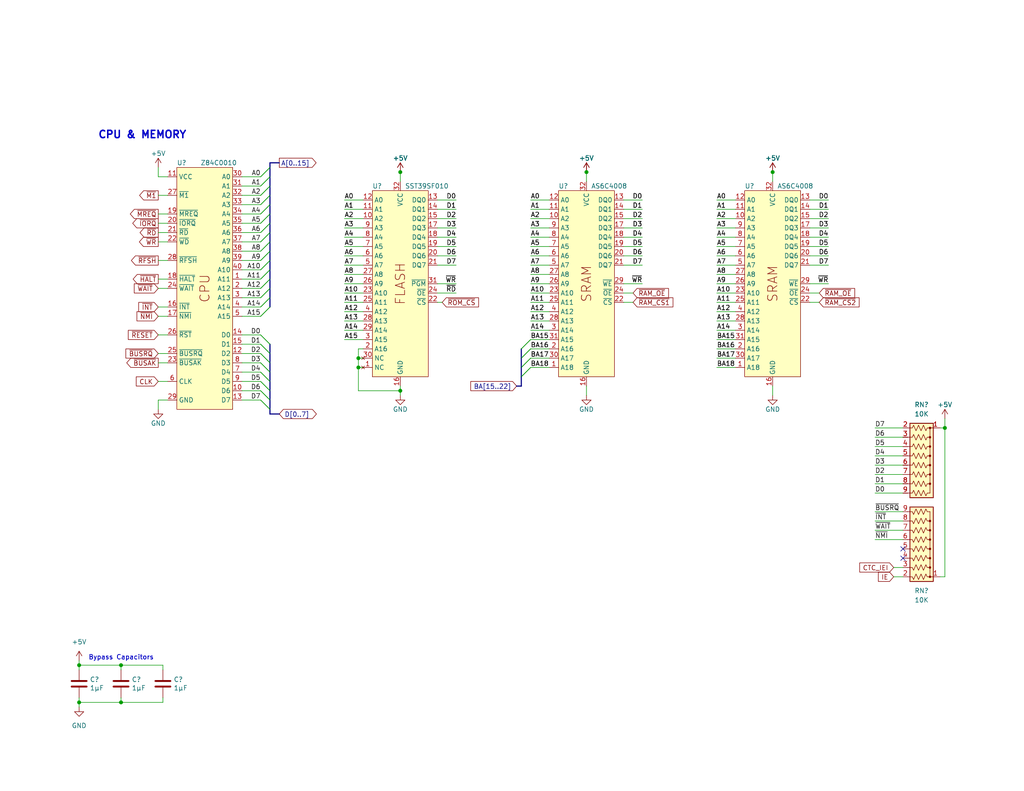
<source format=kicad_sch>
(kicad_sch (version 20230121) (generator eeschema)
  (paper "USLetter")
  (title_block (title "CPU with Flash ROM and RAM") (date "2023-08-29") (rev "2") (company "Frédéric Segard") (comment 1 "@microhobbyist") (comment 4 "Thank you to John Winans for his inspiration, as well as Grant Searle and Sergey Kiselev"))
  (lib_symbols
    (symbol "+5V_1" (power) (pin_names (offset 0))
      (property "Value" "+5V_1" (at 0 3.556 0))
      (symbol "+5V_1_0_1"
        (polyline (pts (xy -0.762 1.27) (xy 0 2.54)))
        (polyline (pts (xy 0 0) (xy 0 2.54)))
        (polyline (pts (xy 0 2.54) (xy 0.762 1.27)))
      )
      (symbol "+5V_1_1_1"
        (pin power_in line (at 0 0 90) (length 0) hide (name "+5V") (number "1"))
      )
    )
    (symbol "0_Library:AS6C4008"
      (property "Reference" "U" (at -7.62 0.635 0))
      (property "Value" "AS6C4008" (at 1.27 0.635 0))
      (symbol "AS6C4008_0_0"
        (text "SRAM" (at 0 -25.4 900) (effects (font (size 2.54 2.54))))
        (pin power_in line (at 0 -53.34 90) (length 2.54) (name "GND") (number "16"))
        (pin power_in line (at 0 2.54 270) (length 2.54) (name "VCC") (number "32"))
      )
      (symbol "AS6C4008_0_1"
        (rectangle (start -7.62 0) (end 7.62 -50.8) (fill (type background)))
      )
      (symbol "AS6C4008_1_1"
        (pin input line (at -10.16 -48.26 0) (length 2.54) (name "A18") (number "1"))
        (pin input line (at -10.16 -7.62 0) (length 2.54) (name "A2") (number "10"))
        (pin input line (at -10.16 -5.08 0) (length 2.54) (name "A1") (number "11"))
        (pin input line (at -10.16 -2.54 0) (length 2.54) (name "A0") (number "12"))
        (pin tri_state line (at 10.16 -2.54 180) (length 2.54) (name "DQ0") (number "13"))
        (pin tri_state line (at 10.16 -5.08 180) (length 2.54) (name "DQ1") (number "14"))
        (pin tri_state line (at 10.16 -7.62 180) (length 2.54) (name "DQ2") (number "15"))
        (pin tri_state line (at 10.16 -10.16 180) (length 2.54) (name "DQ3") (number "17"))
        (pin tri_state line (at 10.16 -12.7 180) (length 2.54) (name "DQ4") (number "18"))
        (pin tri_state line (at 10.16 -15.24 180) (length 2.54) (name "DQ5") (number "19"))
        (pin input line (at -10.16 -43.18 0) (length 2.54) (name "A16") (number "2"))
        (pin tri_state line (at 10.16 -17.78 180) (length 2.54) (name "DQ6") (number "20"))
        (pin tri_state line (at 10.16 -20.32 180) (length 2.54) (name "DQ7") (number "21"))
        (pin input line (at 10.16 -30.48 180) (length 2.54) (name "~{CS}") (number "22"))
        (pin input line (at -10.16 -27.94 0) (length 2.54) (name "A10") (number "23"))
        (pin input line (at 10.16 -27.94 180) (length 2.54) (name "~{OE}") (number "24"))
        (pin input line (at -10.16 -30.48 0) (length 2.54) (name "A11") (number "25"))
        (pin input line (at -10.16 -25.4 0) (length 2.54) (name "A9") (number "26"))
        (pin input line (at -10.16 -22.86 0) (length 2.54) (name "A8") (number "27"))
        (pin input line (at -10.16 -35.56 0) (length 2.54) (name "A13") (number "28"))
        (pin input line (at 10.16 -25.4 180) (length 2.54) (name "~{WE}") (number "29"))
        (pin input line (at -10.16 -38.1 0) (length 2.54) (name "A14") (number "3"))
        (pin input line (at -10.16 -45.72 0) (length 2.54) (name "A17") (number "30"))
        (pin input line (at -10.16 -40.64 0) (length 2.54) (name "A15") (number "31"))
        (pin input line (at -10.16 -33.02 0) (length 2.54) (name "A12") (number "4"))
        (pin input line (at -10.16 -20.32 0) (length 2.54) (name "A7") (number "5"))
        (pin input line (at -10.16 -17.78 0) (length 2.54) (name "A6") (number "6"))
        (pin input line (at -10.16 -15.24 0) (length 2.54) (name "A5") (number "7"))
        (pin input line (at -10.16 -12.7 0) (length 2.54) (name "A4") (number "8"))
        (pin input line (at -10.16 -10.16 0) (length 2.54) (name "A3") (number "9"))
      )
    )
    (symbol "0_Library:SST39SF010"
      (property "Reference" "U" (at -7.62 0 0))
      (property "Value" "SST39SF010" (at 1.27 0 0))
      (symbol "SST39SF010_0_0"
        (text "FLASH" (at 0 -25.4 900) (effects (font (size 2.54 2.54))))
        (pin power_in line (at 0 -53.34 90) (length 2.54) (name "GND") (number "16"))
        (pin power_in line (at 0 2.54 270) (length 2.54) (name "VCC") (number "32"))
      )
      (symbol "SST39SF010_0_1"
        (rectangle (start -7.62 0) (end 7.62 -50.8) (fill (type background)))
      )
      (symbol "SST39SF010_1_1"
        (pin no_connect line (at -10.16 -48.26 0) (length 2.54) (name "NC") (number "1"))
        (pin input line (at -10.16 -7.62 0) (length 2.54) (name "A2") (number "10"))
        (pin input line (at -10.16 -5.08 0) (length 2.54) (name "A1") (number "11"))
        (pin input line (at -10.16 -2.54 0) (length 2.54) (name "A0") (number "12"))
        (pin tri_state line (at 10.16 -2.54 180) (length 2.54) (name "DQ0") (number "13"))
        (pin tri_state line (at 10.16 -5.08 180) (length 2.54) (name "DQ1") (number "14"))
        (pin tri_state line (at 10.16 -7.62 180) (length 2.54) (name "DQ2") (number "15"))
        (pin tri_state line (at 10.16 -10.16 180) (length 2.54) (name "DQ3") (number "17"))
        (pin tri_state line (at 10.16 -12.7 180) (length 2.54) (name "DQ4") (number "18"))
        (pin tri_state line (at 10.16 -15.24 180) (length 2.54) (name "DQ5") (number "19"))
        (pin input line (at -10.16 -43.18 0) (length 2.54) (name "A16") (number "2"))
        (pin tri_state line (at 10.16 -17.78 180) (length 2.54) (name "DQ6") (number "20"))
        (pin tri_state line (at 10.16 -20.32 180) (length 2.54) (name "DQ7") (number "21"))
        (pin input line (at 10.16 -30.48 180) (length 2.54) (name "~{CS}") (number "22"))
        (pin input line (at -10.16 -27.94 0) (length 2.54) (name "A10") (number "23"))
        (pin input line (at 10.16 -27.94 180) (length 2.54) (name "~{OE}") (number "24"))
        (pin input line (at -10.16 -30.48 0) (length 2.54) (name "A11") (number "25"))
        (pin input line (at -10.16 -25.4 0) (length 2.54) (name "A9") (number "26"))
        (pin input line (at -10.16 -22.86 0) (length 2.54) (name "A8") (number "27"))
        (pin input line (at -10.16 -35.56 0) (length 2.54) (name "A13") (number "28"))
        (pin input line (at -10.16 -38.1 0) (length 2.54) (name "A14") (number "29"))
        (pin input line (at -10.16 -40.64 0) (length 2.54) (name "A15") (number "3"))
        (pin no_connect line (at -10.16 -45.72 0) (length 2.54) (name "NC") (number "30"))
        (pin input line (at 10.16 -25.4 180) (length 2.54) (name "~{PGM}") (number "31"))
        (pin input line (at -10.16 -33.02 0) (length 2.54) (name "A12") (number "4"))
        (pin input line (at -10.16 -20.32 0) (length 2.54) (name "A7") (number "5"))
        (pin input line (at -10.16 -17.78 0) (length 2.54) (name "A6") (number "6"))
        (pin input line (at -10.16 -15.24 0) (length 2.54) (name "A5") (number "7"))
        (pin input line (at -10.16 -12.7 0) (length 2.54) (name "A4") (number "8"))
        (pin input line (at -10.16 -10.16 0) (length 2.54) (name "A3") (number "9"))
      )
    )
    (symbol "0_Library:Z84C00xx CPU"
      (property "Reference" "U" (at -7.62 1.27 0))
      (property "Value" "Z84C00xx CPU" (at 1.27 1.27 0))
      (symbol "Z84C00xx CPU_0_0"
        (text "CPU" (at 0 -33.02 900) (effects (font (size 2.54 2.54))))
      )
      (symbol "Z84C00xx CPU_0_1"
        (rectangle (start -7.62 0) (end 7.62 -66.04) (stroke (width 0.1524)) (fill (type background)))
      )
      (symbol "Z84C00xx CPU_1_1"
        (pin output line (at 10.16 -30.48 180) (length 2.54) (name "A11") (number "1"))
        (pin bidirectional line (at 10.16 -60.96 180) (length 2.54) (name "D6") (number "10"))
        (pin power_in line (at -10.16 -2.54 0) (length 2.54) (name "VCC") (number "11"))
        (pin bidirectional line (at 10.16 -50.8 180) (length 2.54) (name "D2") (number "12"))
        (pin bidirectional line (at 10.16 -63.5 180) (length 2.54) (name "D7") (number "13"))
        (pin bidirectional line (at 10.16 -45.72 180) (length 2.54) (name "D0") (number "14"))
        (pin bidirectional line (at 10.16 -48.26 180) (length 2.54) (name "D1") (number "15"))
        (pin input line (at -10.16 -38.1 0) (length 2.54) (name "~{INT}") (number "16"))
        (pin input line (at -10.16 -40.64 0) (length 2.54) (name "~{NMI}") (number "17"))
        (pin output line (at -10.16 -30.48 0) (length 2.54) (name "~{HALT}") (number "18"))
        (pin output line (at -10.16 -12.7 0) (length 2.54) (name "~{MREQ}") (number "19"))
        (pin output line (at 10.16 -33.02 180) (length 2.54) (name "A12") (number "2"))
        (pin output line (at -10.16 -15.24 0) (length 2.54) (name "~{IORQ}") (number "20"))
        (pin output line (at -10.16 -17.78 0) (length 2.54) (name "~{RD}") (number "21"))
        (pin output line (at -10.16 -20.32 0) (length 2.54) (name "~{WD}") (number "22"))
        (pin output line (at -10.16 -53.34 0) (length 2.54) (name "~{BUSAK}") (number "23"))
        (pin input line (at -10.16 -33.02 0) (length 2.54) (name "~{WAIT}") (number "24"))
        (pin input line (at -10.16 -50.8 0) (length 2.54) (name "~{BUSRQ}") (number "25"))
        (pin input line (at -10.16 -45.72 0) (length 2.54) (name "~{RST}") (number "26"))
        (pin output line (at -10.16 -7.62 0) (length 2.54) (name "~{M1}") (number "27"))
        (pin output line (at -10.16 -25.4 0) (length 2.54) (name "~{RFSH}") (number "28"))
        (pin power_in line (at -10.16 -63.5 0) (length 2.54) (name "GND") (number "29"))
        (pin output line (at 10.16 -35.56 180) (length 2.54) (name "A13") (number "3"))
        (pin output line (at 10.16 -2.54 180) (length 2.54) (name "A0") (number "30"))
        (pin output line (at 10.16 -5.08 180) (length 2.54) (name "A1") (number "31"))
        (pin output line (at 10.16 -7.62 180) (length 2.54) (name "A2") (number "32"))
        (pin output line (at 10.16 -10.16 180) (length 2.54) (name "A3") (number "33"))
        (pin output line (at 10.16 -12.7 180) (length 2.54) (name "A4") (number "34"))
        (pin output line (at 10.16 -15.24 180) (length 2.54) (name "A5") (number "35"))
        (pin output line (at 10.16 -17.78 180) (length 2.54) (name "A6") (number "36"))
        (pin output line (at 10.16 -20.32 180) (length 2.54) (name "A7") (number "37"))
        (pin output line (at 10.16 -22.86 180) (length 2.54) (name "A8") (number "38"))
        (pin output line (at 10.16 -25.4 180) (length 2.54) (name "A9") (number "39"))
        (pin output line (at 10.16 -38.1 180) (length 2.54) (name "A14") (number "4"))
        (pin output line (at 10.16 -27.94 180) (length 2.54) (name "A10") (number "40"))
        (pin output line (at 10.16 -40.64 180) (length 2.54) (name "A15") (number "5"))
        (pin input line (at -10.16 -58.42 0) (length 2.54) (name "CLK") (number "6"))
        (pin bidirectional line (at 10.16 -55.88 180) (length 2.54) (name "D4") (number "7"))
        (pin bidirectional line (at 10.16 -53.34 180) (length 2.54) (name "D3") (number "8"))
        (pin bidirectional line (at 10.16 -58.42 180) (length 2.54) (name "D5") (number "9"))
      )
    )
    (symbol "Device:C" (pin_numbers hide) (pin_names (offset 0.254))
      (property "Reference" "C" (at 0.635 2.54 0))
      (property "Value" "C" (at 0.635 -2.54 0))
      (symbol "C_0_1"
        (polyline (pts (xy -2.032 -0.762) (xy 2.032 -0.762)) (stroke (width 0.508)))
        (polyline (pts (xy -2.032 0.762) (xy 2.032 0.762)) (stroke (width 0.508)))
      )
      (symbol "C_1_1"
        (pin passive line (at 0 3.81 270) (length 2.794) (name "~") (number "1"))
        (pin passive line (at 0 -3.81 90) (length 2.794) (name "~") (number "2"))
      )
    )
    (symbol "Device:R_Network08_US" (pin_names (offset 0) hide)
      (property "Reference" "RN" (at -12.7 0 90))
      (property "Value" "R_Network08_US" (at 10.16 0 90))
      (symbol "R_Network08_US_0_1"
        (rectangle (start -11.43 -3.175) (end 8.89 3.175) (stroke (width 0.254)) (fill (type background)))
        (circle (center -10.16 2.286) (radius 0.254) (fill (type outline)))
        (circle (center -7.62 2.286) (radius 0.254) (fill (type outline)))
        (circle (center -5.08 2.286) (radius 0.254) (fill (type outline)))
        (circle (center -2.54 2.286) (radius 0.254) (fill (type outline)))
        (polyline (pts (xy -10.16 2.286) (xy 7.62 2.286)))
        (polyline (pts (xy -10.16 2.286) (xy -10.16 1.524) (xy -9.398 1.1684) (xy -10.922 0.508) (xy -9.398 -0.1524) (xy -10.922 -0.8382) (xy -9.398 -1.524) (xy -10.922 -2.1844) (xy -10.16 -2.54) (xy -10.16 -3.81)))
        (polyline (pts (xy -7.62 2.286) (xy -7.62 1.524) (xy -6.858 1.1684) (xy -8.382 0.508) (xy -6.858 -0.1524) (xy -8.382 -0.8382) (xy -6.858 -1.524) (xy -8.382 -2.1844) (xy -7.62 -2.54) (xy -7.62 -3.81)))
        (polyline (pts (xy -5.08 2.286) (xy -5.08 1.524) (xy -4.318 1.1684) (xy -5.842 0.508) (xy -4.318 -0.1524) (xy -5.842 -0.8382) (xy -4.318 -1.524) (xy -5.842 -2.1844) (xy -5.08 -2.54) (xy -5.08 -3.81)))
        (polyline (pts (xy -2.54 2.286) (xy -2.54 1.524) (xy -1.778 1.1684) (xy -3.302 0.508) (xy -1.778 -0.1524) (xy -3.302 -0.8382) (xy -1.778 -1.524) (xy -3.302 -2.1844) (xy -2.54 -2.54) (xy -2.54 -3.81)))
        (polyline (pts (xy 0 2.286) (xy 0 1.524) (xy 0.762 1.1684) (xy -0.762 0.508) (xy 0.762 -0.1524) (xy -0.762 -0.8382) (xy 0.762 -1.524) (xy -0.762 -2.1844) (xy 0 -2.54) (xy 0 -3.81)))
        (polyline (pts (xy 2.54 2.286) (xy 2.54 1.524) (xy 3.302 1.1684) (xy 1.778 0.508) (xy 3.302 -0.1524) (xy 1.778 -0.8382) (xy 3.302 -1.524) (xy 1.778 -2.1844) (xy 2.54 -2.54) (xy 2.54 -3.81)))
        (polyline (pts (xy 5.08 2.286) (xy 5.08 1.524) (xy 5.842 1.1684) (xy 4.318 0.508) (xy 5.842 -0.1524) (xy 4.318 -0.8382) (xy 5.842 -1.524) (xy 4.318 -2.1844) (xy 5.08 -2.54) (xy 5.08 -3.81)))
        (polyline (pts (xy 7.62 2.286) (xy 7.62 1.524) (xy 8.382 1.1684) (xy 6.858 0.508) (xy 8.382 -0.1524) (xy 6.858 -0.8382) (xy 8.382 -1.524) (xy 6.858 -2.1844) (xy 7.62 -2.54) (xy 7.62 -3.81)))
        (circle (center 0 2.286) (radius 0.254) (fill (type outline)))
        (circle (center 2.54 2.286) (radius 0.254) (fill (type outline)))
        (circle (center 5.08 2.286) (radius 0.254) (fill (type outline)))
      )
      (symbol "R_Network08_US_1_1"
        (pin passive line (at -10.16 5.08 270) (length 2.54) (name "common") (number "1"))
        (pin passive line (at -10.16 -5.08 90) (length 1.27) (name "R1") (number "2"))
        (pin passive line (at -7.62 -5.08 90) (length 1.27) (name "R2") (number "3"))
        (pin passive line (at -5.08 -5.08 90) (length 1.27) (name "R3") (number "4"))
        (pin passive line (at -2.54 -5.08 90) (length 1.27) (name "R4") (number "5"))
        (pin passive line (at 0 -5.08 90) (length 1.27) (name "R5") (number "6"))
        (pin passive line (at 2.54 -5.08 90) (length 1.27) (name "R6") (number "7"))
        (pin passive line (at 5.08 -5.08 90) (length 1.27) (name "R7") (number "8"))
        (pin passive line (at 7.62 -5.08 90) (length 1.27) (name "R8") (number "9"))
      )
    )
    (symbol "GND_1" (power) (pin_names (offset 0))
      (property "Value" "GND_1" (at 0 -3.81 0))
      (symbol "GND_1_0_1"
        (polyline (pts (xy 0 0) (xy 0 -1.27) (xy 1.27 -1.27) (xy 0 -2.54) (xy -1.27 -1.27) (xy 0 -1.27)))
      )
      (symbol "GND_1_1_1"
        (pin power_in line (at 0 0 270) (length 0) hide (name "GND") (number "1"))
      )
    )
  )
  (junction (at 33.02 191.77))
  (junction (at 109.22 46.99))
  (junction (at 21.59 191.77))
  (junction (at 97.79 100.33))
  (junction (at 210.82 46.99))
  (junction (at 97.79 97.79))
  (junction (at 160.02 46.99))
  (junction (at 21.59 181.61))
  (junction (at 257.81 116.84))
  (junction (at 109.22 106.68))
  (junction (at 33.02 181.61))
  (no_connect (at 246.38 152.4))
  (no_connect (at 246.38 149.86))
  (bus_entry (at 71.12 60.96) (size 2.54 -2.54))
  (bus_entry (at 71.12 60.96) (size 2.54 -2.54))
  (bus_entry (at 71.12 55.88) (size 2.54 -2.54))
  (bus_entry (at 71.12 55.88) (size 2.54 -2.54))
  (bus_entry (at 71.12 86.36) (size 2.54 -2.54))
  (bus_entry (at 71.12 86.36) (size 2.54 -2.54))
  (bus_entry (at 71.12 68.58) (size 2.54 -2.54))
  (bus_entry (at 71.12 68.58) (size 2.54 -2.54))
  (bus_entry (at 71.12 83.82) (size 2.54 -2.54))
  (bus_entry (at 71.12 83.82) (size 2.54 -2.54))
  (bus_entry (at 73.66 99.06) (size -2.54 -2.54))
  (bus_entry (at 73.66 99.06) (size -2.54 -2.54))
  (bus_entry (at 71.12 78.74) (size 2.54 -2.54))
  (bus_entry (at 71.12 78.74) (size 2.54 -2.54))
  (bus_entry (at 73.66 104.14) (size -2.54 -2.54))
  (bus_entry (at 73.66 104.14) (size -2.54 -2.54))
  (bus_entry (at 71.12 63.5) (size 2.54 -2.54))
  (bus_entry (at 71.12 63.5) (size 2.54 -2.54))
  (bus_entry (at 73.66 101.6) (size -2.54 -2.54))
  (bus_entry (at 73.66 101.6) (size -2.54 -2.54))
  (bus_entry (at 142.24 100.33) (size 2.54 -2.54))
  (bus_entry (at 142.24 100.33) (size 2.54 -2.54))
  (bus_entry (at 73.66 96.52) (size -2.54 -2.54))
  (bus_entry (at 73.66 96.52) (size -2.54 -2.54))
  (bus_entry (at 142.24 97.79) (size 2.54 -2.54))
  (bus_entry (at 142.24 97.79) (size 2.54 -2.54))
  (bus_entry (at 142.24 95.25) (size 2.54 -2.54))
  (bus_entry (at 142.24 95.25) (size 2.54 -2.54))
  (bus_entry (at 71.12 50.8) (size 2.54 -2.54))
  (bus_entry (at 71.12 50.8) (size 2.54 -2.54))
  (bus_entry (at 71.12 71.12) (size 2.54 -2.54))
  (bus_entry (at 71.12 71.12) (size 2.54 -2.54))
  (bus_entry (at 71.12 48.26) (size 2.54 -2.54))
  (bus_entry (at 71.12 48.26) (size 2.54 -2.54))
  (bus_entry (at 73.66 109.22) (size -2.54 -2.54))
  (bus_entry (at 73.66 109.22) (size -2.54 -2.54))
  (bus_entry (at 142.24 102.87) (size 2.54 -2.54))
  (bus_entry (at 142.24 102.87) (size 2.54 -2.54))
  (bus_entry (at 71.12 66.04) (size 2.54 -2.54))
  (bus_entry (at 71.12 66.04) (size 2.54 -2.54))
  (bus_entry (at 71.12 53.34) (size 2.54 -2.54))
  (bus_entry (at 71.12 53.34) (size 2.54 -2.54))
  (bus_entry (at 71.12 76.2) (size 2.54 -2.54))
  (bus_entry (at 71.12 76.2) (size 2.54 -2.54))
  (bus_entry (at 71.12 81.28) (size 2.54 -2.54))
  (bus_entry (at 71.12 81.28) (size 2.54 -2.54))
  (bus_entry (at 73.66 111.76) (size -2.54 -2.54))
  (bus_entry (at 73.66 111.76) (size -2.54 -2.54))
  (bus_entry (at 73.66 93.98) (size -2.54 -2.54))
  (bus_entry (at 73.66 93.98) (size -2.54 -2.54))
  (bus_entry (at 71.12 58.42) (size 2.54 -2.54))
  (bus_entry (at 71.12 58.42) (size 2.54 -2.54))
  (bus_entry (at 71.12 73.66) (size 2.54 -2.54))
  (bus_entry (at 71.12 73.66) (size 2.54 -2.54))
  (bus_entry (at 73.66 106.68) (size -2.54 -2.54))
  (bus_entry (at 73.66 106.68) (size -2.54 -2.54))
  (wire (pts (xy 66.04 55.88) (xy 71.12 55.88)))
  (wire (pts (xy 200.66 62.23) (xy 195.58 62.23)))
  (wire (pts (xy 66.04 68.58) (xy 71.12 68.58)))
  (wire (pts (xy 66.04 76.2) (xy 71.12 76.2)))
  (wire (pts (xy 238.76 121.92) (xy 246.38 121.92)))
  (wire (pts (xy 119.38 59.69) (xy 124.46 59.69)))
  (wire (pts (xy 66.04 53.34) (xy 71.12 53.34)))
  (wire (pts (xy 200.66 90.17) (xy 195.58 90.17)))
  (wire (pts (xy 43.18 96.52) (xy 45.72 96.52)))
  (wire (pts (xy 119.38 82.55) (xy 120.65 82.55)))
  (wire (pts (xy 66.04 60.96) (xy 71.12 60.96)))
  (wire (pts (xy 21.59 190.5) (xy 21.59 191.77)))
  (wire (pts (xy 170.18 59.69) (xy 175.26 59.69)))
  (wire (pts (xy 200.66 54.61) (xy 195.58 54.61)))
  (bus (pts (xy 73.66 101.6) (xy 73.66 104.14)))
  (bus (pts (xy 73.66 63.5) (xy 73.66 66.04)))
  (wire (pts (xy 170.18 64.77) (xy 175.26 64.77)))
  (bus (pts (xy 73.66 93.98) (xy 73.66 96.52)))
  (wire (pts (xy 99.06 87.63) (xy 93.98 87.63)))
  (wire (pts (xy 43.18 76.2) (xy 45.72 76.2)))
  (wire (pts (xy 66.04 83.82) (xy 71.12 83.82)))
  (bus (pts (xy 73.66 71.12) (xy 73.66 68.58)))
  (wire (pts (xy 33.02 191.77) (xy 44.45 191.77)))
  (wire (pts (xy 109.22 106.68) (xy 109.22 107.95)))
  (wire (pts (xy 170.18 72.39) (xy 175.26 72.39)))
  (wire (pts (xy 170.18 77.47) (xy 175.26 77.47)))
  (wire (pts (xy 43.18 45.72) (xy 43.18 48.26)))
  (wire (pts (xy 99.06 82.55) (xy 93.98 82.55)))
  (wire (pts (xy 33.02 190.5) (xy 33.02 191.77)))
  (wire (pts (xy 44.45 182.88) (xy 44.45 181.61)))
  (wire (pts (xy 144.78 100.33) (xy 149.86 100.33)))
  (wire (pts (xy 200.66 57.15) (xy 195.58 57.15)))
  (wire (pts (xy 170.18 82.55) (xy 172.72 82.55)))
  (wire (pts (xy 43.18 83.82) (xy 45.72 83.82)))
  (wire (pts (xy 144.78 97.79) (xy 149.86 97.79)))
  (wire (pts (xy 149.86 69.85) (xy 144.78 69.85)))
  (wire (pts (xy 144.78 95.25) (xy 149.86 95.25)))
  (wire (pts (xy 99.06 57.15) (xy 93.98 57.15)))
  (bus (pts (xy 142.24 95.25) (xy 142.24 97.79)))
  (wire (pts (xy 220.98 72.39) (xy 226.06 72.39)))
  (wire (pts (xy 99.06 95.25) (xy 97.79 95.25)))
  (wire (pts (xy 119.38 62.23) (xy 124.46 62.23)))
  (wire (pts (xy 149.86 74.93) (xy 144.78 74.93)))
  (wire (pts (xy 45.72 109.22) (xy 43.18 109.22)))
  (wire (pts (xy 195.58 95.25) (xy 200.66 95.25)))
  (wire (pts (xy 43.18 58.42) (xy 45.72 58.42)))
  (wire (pts (xy 220.98 80.01) (xy 223.52 80.01)))
  (bus (pts (xy 73.66 45.72) (xy 73.66 44.45)))
  (wire (pts (xy 97.79 106.68) (xy 109.22 106.68)))
  (wire (pts (xy 21.59 180.34) (xy 21.59 181.61)))
  (bus (pts (xy 142.24 97.79) (xy 142.24 100.33)))
  (wire (pts (xy 170.18 67.31) (xy 175.26 67.31)))
  (wire (pts (xy 99.06 69.85) (xy 93.98 69.85)))
  (wire (pts (xy 238.76 129.54) (xy 246.38 129.54)))
  (bus (pts (xy 73.66 99.06) (xy 73.66 101.6)))
  (wire (pts (xy 170.18 54.61) (xy 175.26 54.61)))
  (wire (pts (xy 200.66 72.39) (xy 195.58 72.39)))
  (wire (pts (xy 109.22 46.99) (xy 109.22 49.53)))
  (wire (pts (xy 97.79 100.33) (xy 97.79 106.68)))
  (bus (pts (xy 73.66 78.74) (xy 73.66 76.2)))
  (bus (pts (xy 73.66 83.82) (xy 73.66 81.28)))
  (wire (pts (xy 149.86 59.69) (xy 144.78 59.69)))
  (bus (pts (xy 73.66 113.03) (xy 76.2 113.03)))
  (wire (pts (xy 109.22 105.41) (xy 109.22 106.68)))
  (bus (pts (xy 73.66 63.5) (xy 73.66 60.96)))
  (wire (pts (xy 220.98 82.55) (xy 223.52 82.55)))
  (wire (pts (xy 200.66 69.85) (xy 195.58 69.85)))
  (wire (pts (xy 200.66 64.77) (xy 195.58 64.77)))
  (wire (pts (xy 149.86 57.15) (xy 144.78 57.15)))
  (wire (pts (xy 160.02 46.99) (xy 160.02 49.53)))
  (wire (pts (xy 200.66 87.63) (xy 195.58 87.63)))
  (bus (pts (xy 140.97 105.41) (xy 142.24 105.41)))
  (wire (pts (xy 33.02 181.61) (xy 21.59 181.61)))
  (wire (pts (xy 246.38 139.7) (xy 238.76 139.7)))
  (wire (pts (xy 238.76 119.38) (xy 246.38 119.38)))
  (wire (pts (xy 44.45 181.61) (xy 33.02 181.61)))
  (bus (pts (xy 73.66 53.34) (xy 73.66 50.8)))
  (wire (pts (xy 45.72 48.26) (xy 43.18 48.26)))
  (wire (pts (xy 246.38 147.32) (xy 238.76 147.32)))
  (wire (pts (xy 238.76 142.24) (xy 246.38 142.24)))
  (bus (pts (xy 73.66 104.14) (xy 73.66 106.68)))
  (bus (pts (xy 142.24 100.33) (xy 142.24 102.87)))
  (bus (pts (xy 73.66 111.76) (xy 73.66 113.03)))
  (wire (pts (xy 66.04 104.14) (xy 71.12 104.14)))
  (wire (pts (xy 195.58 97.79) (xy 200.66 97.79)))
  (wire (pts (xy 170.18 69.85) (xy 175.26 69.85)))
  (wire (pts (xy 66.04 58.42) (xy 71.12 58.42)))
  (wire (pts (xy 99.06 64.77) (xy 93.98 64.77)))
  (wire (pts (xy 257.81 157.48) (xy 256.54 157.48)))
  (wire (pts (xy 66.04 96.52) (xy 71.12 96.52)))
  (bus (pts (xy 73.66 50.8) (xy 73.66 48.26)))
  (wire (pts (xy 210.82 46.99) (xy 210.82 49.53)))
  (wire (pts (xy 43.18 66.04) (xy 45.72 66.04)))
  (wire (pts (xy 220.98 62.23) (xy 226.06 62.23)))
  (wire (pts (xy 99.06 80.01) (xy 93.98 80.01)))
  (wire (pts (xy 243.84 157.48) (xy 246.38 157.48)))
  (wire (pts (xy 160.02 105.41) (xy 160.02 107.95)))
  (wire (pts (xy 99.06 97.79) (xy 97.79 97.79)))
  (wire (pts (xy 170.18 57.15) (xy 175.26 57.15)))
  (wire (pts (xy 149.86 80.01) (xy 144.78 80.01)))
  (wire (pts (xy 238.76 127) (xy 246.38 127)))
  (wire (pts (xy 170.18 80.01) (xy 172.72 80.01)))
  (wire (pts (xy 238.76 124.46) (xy 246.38 124.46)))
  (wire (pts (xy 45.72 53.34) (xy 43.18 53.34)))
  (wire (pts (xy 99.06 54.61) (xy 93.98 54.61)))
  (wire (pts (xy 66.04 66.04) (xy 71.12 66.04)))
  (wire (pts (xy 43.18 104.14) (xy 45.72 104.14)))
  (wire (pts (xy 66.04 63.5) (xy 71.12 63.5)))
  (wire (pts (xy 210.82 105.41) (xy 210.82 107.95)))
  (wire (pts (xy 66.04 71.12) (xy 71.12 71.12)))
  (wire (pts (xy 119.38 69.85) (xy 124.46 69.85)))
  (wire (pts (xy 44.45 190.5) (xy 44.45 191.77)))
  (wire (pts (xy 238.76 134.62) (xy 246.38 134.62)))
  (wire (pts (xy 149.86 77.47) (xy 144.78 77.47)))
  (wire (pts (xy 43.18 99.06) (xy 45.72 99.06)))
  (wire (pts (xy 43.18 91.44) (xy 45.72 91.44)))
  (wire (pts (xy 195.58 100.33) (xy 200.66 100.33)))
  (wire (pts (xy 119.38 57.15) (xy 124.46 57.15)))
  (bus (pts (xy 73.66 44.45) (xy 76.2 44.45)))
  (wire (pts (xy 149.86 54.61) (xy 144.78 54.61)))
  (wire (pts (xy 99.06 85.09) (xy 93.98 85.09)))
  (wire (pts (xy 21.59 181.61) (xy 21.59 182.88)))
  (wire (pts (xy 99.06 72.39) (xy 93.98 72.39)))
  (wire (pts (xy 243.84 154.94) (xy 246.38 154.94)))
  (bus (pts (xy 73.66 73.66) (xy 73.66 71.12)))
  (wire (pts (xy 149.86 87.63) (xy 144.78 87.63)))
  (wire (pts (xy 220.98 69.85) (xy 226.06 69.85)))
  (wire (pts (xy 97.79 97.79) (xy 97.79 100.33)))
  (wire (pts (xy 119.38 72.39) (xy 124.46 72.39)))
  (wire (pts (xy 43.18 71.12) (xy 45.72 71.12)))
  (wire (pts (xy 43.18 78.74) (xy 45.72 78.74)))
  (wire (pts (xy 238.76 116.84) (xy 246.38 116.84)))
  (wire (pts (xy 256.54 116.84) (xy 257.81 116.84)))
  (wire (pts (xy 220.98 67.31) (xy 226.06 67.31)))
  (wire (pts (xy 66.04 78.74) (xy 71.12 78.74)))
  (wire (pts (xy 200.66 74.93) (xy 195.58 74.93)))
  (wire (pts (xy 66.04 50.8) (xy 71.12 50.8)))
  (wire (pts (xy 66.04 93.98) (xy 71.12 93.98)))
  (wire (pts (xy 149.86 62.23) (xy 144.78 62.23)))
  (wire (pts (xy 238.76 144.78) (xy 246.38 144.78)))
  (wire (pts (xy 200.66 80.01) (xy 195.58 80.01)))
  (wire (pts (xy 66.04 86.36) (xy 71.12 86.36)))
  (bus (pts (xy 73.66 76.2) (xy 73.66 73.66)))
  (wire (pts (xy 99.06 92.71) (xy 93.98 92.71)))
  (wire (pts (xy 33.02 182.88) (xy 33.02 181.61)))
  (wire (pts (xy 66.04 99.06) (xy 71.12 99.06)))
  (wire (pts (xy 149.86 67.31) (xy 144.78 67.31)))
  (wire (pts (xy 200.66 82.55) (xy 195.58 82.55)))
  (wire (pts (xy 99.06 90.17) (xy 93.98 90.17)))
  (wire (pts (xy 99.06 74.93) (xy 93.98 74.93)))
  (wire (pts (xy 220.98 77.47) (xy 226.06 77.47)))
  (wire (pts (xy 66.04 81.28) (xy 71.12 81.28)))
  (wire (pts (xy 200.66 59.69) (xy 195.58 59.69)))
  (wire (pts (xy 43.18 60.96) (xy 45.72 60.96)))
  (bus (pts (xy 73.66 48.26) (xy 73.66 45.72)))
  (wire (pts (xy 21.59 191.77) (xy 33.02 191.77)))
  (wire (pts (xy 144.78 92.71) (xy 149.86 92.71)))
  (wire (pts (xy 220.98 64.77) (xy 226.06 64.77)))
  (wire (pts (xy 170.18 62.23) (xy 175.26 62.23)))
  (wire (pts (xy 149.86 72.39) (xy 144.78 72.39)))
  (wire (pts (xy 195.58 92.71) (xy 200.66 92.71)))
  (bus (pts (xy 142.24 102.87) (xy 142.24 105.41)))
  (wire (pts (xy 149.86 64.77) (xy 144.78 64.77)))
  (wire (pts (xy 257.81 114.3) (xy 257.81 116.84)))
  (wire (pts (xy 119.38 64.77) (xy 124.46 64.77)))
  (bus (pts (xy 73.66 58.42) (xy 73.66 55.88)))
  (wire (pts (xy 66.04 91.44) (xy 71.12 91.44)))
  (wire (pts (xy 43.18 109.22) (xy 43.18 111.76)))
  (wire (pts (xy 66.04 101.6) (xy 71.12 101.6)))
  (wire (pts (xy 220.98 57.15) (xy 226.06 57.15)))
  (wire (pts (xy 149.86 82.55) (xy 144.78 82.55)))
  (wire (pts (xy 149.86 85.09) (xy 144.78 85.09)))
  (wire (pts (xy 200.66 77.47) (xy 195.58 77.47)))
  (bus (pts (xy 73.66 106.68) (xy 73.66 109.22)))
  (wire (pts (xy 124.46 80.01) (xy 119.38 80.01)))
  (bus (pts (xy 73.66 55.88) (xy 73.66 53.34)))
  (wire (pts (xy 119.38 67.31) (xy 124.46 67.31)))
  (bus (pts (xy 73.66 96.52) (xy 73.66 99.06)))
  (wire (pts (xy 99.06 67.31) (xy 93.98 67.31)))
  (wire (pts (xy 97.79 95.25) (xy 97.79 97.79)))
  (bus (pts (xy 73.66 109.22) (xy 73.66 111.76)))
  (wire (pts (xy 257.81 116.84) (xy 257.81 157.48)))
  (wire (pts (xy 43.18 86.36) (xy 45.72 86.36)))
  (wire (pts (xy 43.18 63.5) (xy 45.72 63.5)))
  (wire (pts (xy 119.38 54.61) (xy 124.46 54.61)))
  (wire (pts (xy 220.98 59.69) (xy 226.06 59.69)))
  (wire (pts (xy 119.38 77.47) (xy 124.46 77.47)))
  (bus (pts (xy 73.66 60.96) (xy 73.66 58.42)))
  (wire (pts (xy 97.79 100.33) (xy 99.06 100.33)))
  (bus (pts (xy 73.66 68.58) (xy 73.66 66.04)))
  (wire (pts (xy 21.59 191.77) (xy 21.59 193.04)))
  (wire (pts (xy 66.04 73.66) (xy 71.12 73.66)))
  (wire (pts (xy 99.06 77.47) (xy 93.98 77.47)))
  (wire (pts (xy 238.76 132.08) (xy 246.38 132.08)))
  (wire (pts (xy 66.04 109.22) (xy 71.12 109.22)))
  (wire (pts (xy 66.04 48.26) (xy 71.12 48.26)))
  (bus (pts (xy 73.66 81.28) (xy 73.66 78.74)))
  (wire (pts (xy 149.86 90.17) (xy 144.78 90.17)))
  (wire (pts (xy 66.04 106.68) (xy 71.12 106.68)))
  (wire (pts (xy 200.66 67.31) (xy 195.58 67.31)))
  (wire (pts (xy 99.06 59.69) (xy 93.98 59.69)))
  (wire (pts (xy 220.98 54.61) (xy 226.06 54.61)))
  (wire (pts (xy 200.66 85.09) (xy 195.58 85.09)))
  (wire (pts (xy 99.06 62.23) (xy 93.98 62.23)))
  (text "Bypass Capacitors" (at 24.13 180.34 0) (effects (font (size 1.27 1.27)) (justify left bottom)))
  (text "Bypass Capacitors" (at 24.13 180.34 0) (effects (font (size 1.27 1.27)) (justify left bottom)))
  (text "CPU & MEMORY" (at 26.67 38.1 0) (effects (font (size 2 2) (thickness 0.4) bold) (justify left bottom)))
  (label "D1" (at 226.06 57.15 180))
  (label "D0" (at 226.06 54.61 180))
  (label "A14" (at 93.98 90.17 0))
  (label "A4" (at 71.12 58.42 180))
  (label "A0" (at 195.58 54.61 0))
  (label "BA18" (at 144.78 100.33 0))
  (label "A10" (at 195.58 80.01 0))
  (label "D5" (at 124.46 67.31 180))
  (label "A10" (at 195.58 80.01 0))
  (label "A5" (at 71.12 60.96 180))
  (label "A1" (at 195.58 57.15 0))
  (label "A5" (at 195.58 67.31 0))
  (label "D5" (at 238.76 121.92 0))
  (label "BA15" (at 144.78 92.71 0))
  (label "A9" (at 93.98 77.47 0))
  (label "D7" (at 124.46 72.39 180))
  (label "A1" (at 93.98 57.15 0))
  (label "A13" (at 144.78 87.63 0))
  (label "A11" (at 195.58 82.55 0))
  (label "A11" (at 71.12 76.2 180))
  (label "D4" (at 238.76 124.46 0))
  (label "A8" (at 195.58 74.93 0))
  (label "A10" (at 144.78 80.01 0))
  (label "A6" (at 71.12 63.5 180))
  (label "A3" (at 144.78 62.23 0))
  (label "A13" (at 71.12 81.28 180))
  (label "A3" (at 144.78 62.23 0))
  (label "D1" (at 124.46 57.15 180))
  (label "A9" (at 93.98 77.47 0))
  (label "A12" (at 195.58 85.09 0))
  (label "A11" (at 93.98 82.55 0))
  (label "BA17" (at 195.58 97.79 0))
  (label "A2" (at 195.58 59.69 0))
  (label "D5" (at 175.26 67.31 180))
  (label "D7" (at 124.46 72.39 180))
  (label "D5" (at 71.12 104.14 180))
  (label "D4" (at 226.06 64.77 180))
  (label "A2" (at 144.78 59.69 0))
  (label "A2" (at 93.98 59.69 0))
  (label "BA15" (at 144.78 92.71 0))
  (label "~{WR}" (at 124.46 77.47 180))
  (label "D7" (at 71.12 109.22 180))
  (label "A7" (at 93.98 72.39 0))
  (label "A0" (at 144.78 54.61 0))
  (label "D3" (at 226.06 62.23 180))
  (label "BA15" (at 195.58 92.71 0))
  (label "A7" (at 195.58 72.39 0))
  (label "A4" (at 93.98 64.77 0))
  (label "A5" (at 195.58 67.31 0))
  (label "~{WR}" (at 124.46 77.47 180))
  (label "BA16" (at 195.58 95.25 0))
  (label "A5" (at 144.78 67.31 0))
  (label "A8" (at 71.12 68.58 180))
  (label "BA18" (at 144.78 100.33 0))
  (label "~{RD}" (at 124.46 80.01 180))
  (label "A1" (at 195.58 57.15 0))
  (label "A1" (at 93.98 57.15 0))
  (label "A6" (at 144.78 69.85 0))
  (label "BA16" (at 144.78 95.25 0))
  (label "A14" (at 195.58 90.17 0))
  (label "BA17" (at 144.78 97.79 0))
  (label "A9" (at 195.58 77.47 0))
  (label "D3" (at 226.06 62.23 180))
  (label "~{WR}" (at 226.06 77.47 180))
  (label "D6" (at 124.46 69.85 180))
  (label "A3" (at 93.98 62.23 0))
  (label "A11" (at 144.78 82.55 0))
  (label "A9" (at 144.78 77.47 0))
  (label "A5" (at 93.98 67.31 0))
  (label "D3" (at 71.12 99.06 180))
  (label "D4" (at 124.46 64.77 180))
  (label "D4" (at 226.06 64.77 180))
  (label "A13" (at 93.98 87.63 0))
  (label "D4" (at 175.26 64.77 180))
  (label "A4" (at 195.58 64.77 0))
  (label "A4" (at 144.78 64.77 0))
  (label "A2" (at 93.98 59.69 0))
  (label "D6" (at 175.26 69.85 180))
  (label "D1" (at 124.46 57.15 180))
  (label "A0" (at 93.98 54.61 0))
  (label "D2" (at 175.26 59.69 180))
  (label "D1" (at 71.12 93.98 180))
  (label "A8" (at 144.78 74.93 0))
  (label "D4" (at 124.46 64.77 180))
  (label "~{WR}" (at 226.06 77.47 180))
  (label "A13" (at 144.78 87.63 0))
  (label "A0" (at 71.12 48.26 180))
  (label "A10" (at 93.98 80.01 0))
  (label "D1" (at 175.26 57.15 180))
  (label "D0" (at 175.26 54.61 180))
  (label "A6" (at 93.98 69.85 0))
  (label "A0" (at 144.78 54.61 0))
  (label "A12" (at 71.12 78.74 180))
  (label "A3" (at 195.58 62.23 0))
  (label "A14" (at 144.78 90.17 0))
  (label "D1" (at 175.26 57.15 180))
  (label "D0" (at 175.26 54.61 180))
  (label "A9" (at 71.12 71.12 180))
  (label "A5" (at 93.98 67.31 0))
  (label "A6" (at 195.58 69.85 0))
  (label "A10" (at 71.12 73.66 180))
  (label "A0" (at 195.58 54.61 0))
  (label "A7" (at 144.78 72.39 0))
  (label "A6" (at 93.98 69.85 0))
  (label "D6" (at 175.26 69.85 180))
  (label "A12" (at 144.78 85.09 0))
  (label "D5" (at 175.26 67.31 180))
  (label "D2" (at 124.46 59.69 180))
  (label "A8" (at 195.58 74.93 0))
  (label "D2" (at 226.06 59.69 180))
  (label "BA17" (at 195.58 97.79 0))
  (label "D7" (at 238.76 116.84 0))
  (label "~{INT}" (at 238.76 142.24 0))
  (label "A3" (at 195.58 62.23 0))
  (label "~{RD}" (at 124.46 80.01 180))
  (label "A14" (at 195.58 90.17 0))
  (label "D6" (at 71.12 106.68 180))
  (label "A6" (at 144.78 69.85 0))
  (label "A12" (at 195.58 85.09 0))
  (label "D3" (at 175.26 62.23 180))
  (label "A13" (at 93.98 87.63 0))
  (label "BA16" (at 195.58 95.25 0))
  (label "A1" (at 144.78 57.15 0))
  (label "D7" (at 175.26 72.39 180))
  (label "BA17" (at 144.78 97.79 0))
  (label "D3" (at 124.46 62.23 180))
  (label "A5" (at 144.78 67.31 0))
  (label "A1" (at 144.78 57.15 0))
  (label "A14" (at 144.78 90.17 0))
  (label "BA16" (at 144.78 95.25 0))
  (label "D3" (at 124.46 62.23 180))
  (label "D2" (at 71.12 96.52 180))
  (label "D4" (at 71.12 101.6 180))
  (label "D1" (at 238.76 132.08 0))
  (label "A10" (at 144.78 80.01 0))
  (label "A7" (at 144.78 72.39 0))
  (label "D5" (at 124.46 67.31 180))
  (label "A15" (at 93.98 92.71 0))
  (label "D2" (at 175.26 59.69 180))
  (label "A8" (at 93.98 74.93 0))
  (label "A9" (at 195.58 77.47 0))
  (label "A1" (at 71.12 50.8 180))
  (label "A15" (at 71.12 86.36 180))
  (label "A7" (at 195.58 72.39 0))
  (label "D6" (at 124.46 69.85 180))
  (label "D3" (at 175.26 62.23 180))
  (label "A13" (at 195.58 87.63 0))
  (label "D0" (at 124.46 54.61 180))
  (label "A0" (at 93.98 54.61 0))
  (label "A3" (at 93.98 62.23 0))
  (label "A10" (at 93.98 80.01 0))
  (label "A7" (at 71.12 66.04 180))
  (label "D6" (at 226.06 69.85 180))
  (label "D7" (at 226.06 72.39 180))
  (label "A8" (at 93.98 74.93 0))
  (label "D2" (at 226.06 59.69 180))
  (label "~{BUSRQ}" (at 238.76 139.7 0))
  (label "~{WR}" (at 175.26 77.47 180))
  (label "BA18" (at 195.58 100.33 0))
  (label "D7" (at 226.06 72.39 180))
  (label "A2" (at 195.58 59.69 0))
  (label "A2" (at 144.78 59.69 0))
  (label "D5" (at 226.06 67.31 180))
  (label "BA18" (at 195.58 100.33 0))
  (label "~{NMI}" (at 238.76 147.32 0))
  (label "D0" (at 71.12 91.44 180))
  (label "D4" (at 175.26 64.77 180))
  (label "D1" (at 226.06 57.15 180))
  (label "~{WAIT}" (at 238.76 144.78 0))
  (label "A12" (at 93.98 85.09 0))
  (label "A4" (at 195.58 64.77 0))
  (label "A15" (at 93.98 92.71 0))
  (label "A9" (at 144.78 77.47 0))
  (label "A14" (at 93.98 90.17 0))
  (label "A11" (at 144.78 82.55 0))
  (label "D7" (at 175.26 72.39 180))
  (label "A4" (at 144.78 64.77 0))
  (label "A14" (at 71.12 83.82 180))
  (label "A12" (at 93.98 85.09 0))
  (label "A6" (at 195.58 69.85 0))
  (label "A7" (at 93.98 72.39 0))
  (label "A11" (at 195.58 82.55 0))
  (label "A11" (at 93.98 82.55 0))
  (label "~{WR}" (at 175.26 77.47 180))
  (label "D3" (at 238.76 127 0))
  (label "A4" (at 93.98 64.77 0))
  (label "D0" (at 124.46 54.61 180))
  (label "A3" (at 71.12 55.88 180))
  (label "D5" (at 226.06 67.31 180))
  (label "D6" (at 226.06 69.85 180))
  (label "D2" (at 124.46 59.69 180))
  (label "A13" (at 195.58 87.63 0))
  (label "D0" (at 238.76 134.62 0))
  (label "A2" (at 71.12 53.34 180))
  (label "D2" (at 238.76 129.54 0))
  (label "D6" (at 238.76 119.38 0))
  (label "D0" (at 226.06 54.61 180))
  (label "BA15" (at 195.58 92.71 0))
  (label "A8" (at 144.78 74.93 0))
  (label "A12" (at 144.78 85.09 0))
  (global_label "D[0..7]" (shape bidirectional) (at 76.2 113.03 0) (property "Intersheetrefs" "${INTERSHEET_REFS}" (effects hide)))
  (global_label "~{BUSAK}" (shape output) (at 43.18 99.06 180) (property "Intersheetrefs" "${INTERSHEET_REFS}" (effects hide)))
  (global_label "~{RESET}" (shape input) (at 43.18 91.44 180) (property "Intersheetrefs" "${INTERSHEET_REFS}" (effects hide)))
  (global_label "~{RD}" (shape output) (at 43.18 63.5 180) (property "Intersheetrefs" "${INTERSHEET_REFS}" (effects hide)))
  (global_label "~{ROM_CS}" (shape input) (at 120.65 82.55 0) (property "Intersheetrefs" "${INTERSHEET_REFS}" (effects hide)))
  (global_label "~{RAM_OE}" (shape input) (at 223.52 80.01 0) (property "Intersheetrefs" "${INTERSHEET_REFS}" (effects hide)))
  (global_label "~{IORQ}" (shape output) (at 43.18 60.96 180) (property "Intersheetrefs" "${INTERSHEET_REFS}" (effects hide)))
  (global_label "~{INT}" (shape input) (at 43.18 83.82 180) (property "Intersheetrefs" "${INTERSHEET_REFS}" (effects hide)))
  (global_label "~{HALT}" (shape output) (at 43.18 76.2 180) (property "Intersheetrefs" "${INTERSHEET_REFS}" (effects hide)))
  (global_label "~{RAM_CS1}" (shape input) (at 172.72 82.55 0) (property "Intersheetrefs" "${INTERSHEET_REFS}" (effects hide)))
  (global_label "~{M1}" (shape output) (at 43.18 53.34 180) (property "Intersheetrefs" "${INTERSHEET_REFS}" (effects hide)))
  (global_label "~{RAM_OE}" (shape input) (at 172.72 80.01 0) (property "Intersheetrefs" "${INTERSHEET_REFS}" (effects hide)))
  (global_label "~{RAM_CS2}" (shape input) (at 223.52 82.55 0) (property "Intersheetrefs" "${INTERSHEET_REFS}" (effects hide)))
  (global_label "~{MREQ}" (shape output) (at 43.18 58.42 180) (property "Intersheetrefs" "${INTERSHEET_REFS}" (effects hide)))
  (global_label "A[0..15]" (shape output) (at 76.2 44.45 0) (property "Intersheetrefs" "${INTERSHEET_REFS}" (effects hide)))
  (global_label "~{NMI}" (shape input) (at 43.18 86.36 180) (property "Intersheetrefs" "${INTERSHEET_REFS}" (effects hide)))
  (global_label "CTC_IEI" (shape input) (at 243.84 154.94 180) (property "Intersheetrefs" "${INTERSHEET_REFS}" (effects hide)))
  (global_label "CLK" (shape input) (at 43.18 104.14 180) (property "Intersheetrefs" "${INTERSHEET_REFS}" (effects hide)))
  (global_label "BA[15..22]" (shape input) (at 140.97 105.41 180) (property "Intersheetrefs" "${INTERSHEET_REFS}" (effects hide)))
  (global_label "IE" (shape input) (at 243.84 157.48 180) (property "Intersheetrefs" "${INTERSHEET_REFS}" (effects hide)))
  (global_label "~{RFSH}" (shape output) (at 43.18 71.12 180) (property "Intersheetrefs" "${INTERSHEET_REFS}" (effects hide)))
  (global_label "~{BUSRQ}" (shape input) (at 43.18 96.52 180) (property "Intersheetrefs" "${INTERSHEET_REFS}" (effects hide)))
  (global_label "~{WR}" (shape output) (at 43.18 66.04 180) (property "Intersheetrefs" "${INTERSHEET_REFS}" (effects hide)))
  (global_label "~{WAIT}" (shape input) (at 43.18 78.74 180) (property "Intersheetrefs" "${INTERSHEET_REFS}" (effects hide)))
  (symbol (lib_name "+5V_1") (lib_id "power:+5V") (at 160.02 46.99 0) (unit 1)
    (property "Reference" "#PWR?" (effects hide))
    (property "Value" "+5V" (at 160.02 43.18 0))
    (instances (project "1 - Main CPU board with basic peripherals (rev5)" (path "" (reference "#PWR?") (unit 1))) (project "2 - CPU and memory card with the essential peripherals" (path "" (reference "#PWR?") (unit 1))) (project "2 - CPU and core components (Rev 2)" (path "" (reference "#PWR052") (unit 1))))
  )
  (symbol (lib_name "GND_1") (lib_id "power:GND") (at 160.02 107.95 0) (unit 1)
    (property "Reference" "#PWR?" (effects hide))
    (property "Value" "GND" (at 160.02 111.76 0))
    (instances (project "1 - Main CPU board with basic peripherals (rev5)" (path "" (reference "#PWR?") (unit 1))) (project "2 - CPU and memory card with the essential peripherals" (path "" (reference "#PWR?") (unit 1)) (path "" (reference "#PWR?") (unit 1)) (path "" (reference "#PWR?") (unit 1))) (project "2 - CPU and core components (Rev 2)" (path "" (reference "#PWR054") (unit 1))))
  )
  (symbol (lib_id "Device:R_Network08_US") (at 251.46 127 270) (unit 1)
    (property "Reference" "RN?" (at 251.46 110.49 90))
    (property "Value" "10K" (at 251.46 113.03 90))
    (property "Footprint" "Resistor_THT:R_Array_SIP9" (effects hide))
    (property "Datasheet" "http://www.vishay.com/docs/31509/csc.pdf" (effects hide))
    (instances (project "1 - Main CPU board with basic peripherals (rev5)" (path "" (reference "RN?") (unit 1)) (path "" (reference "RN?") (unit 1))) (project "2 - CPU and core components (Rev 2)" (path "" (reference "RN?") (unit 1)) (path "" (reference "RN3") (unit 1))))
  )
  (symbol (lib_name "+5V_1") (lib_id "power:+5V") (at 257.81 114.3 0) (unit 1)
    (property "Reference" "#PWR?" (effects hide))
    (property "Value" "+5V" (at 257.81 110.49 0))
    (instances (project "1 - Main CPU board with basic peripherals (rev5)" (path "" (reference "#PWR?") (unit 1))) (project "0 - Card edge backplane v2" (path "" (reference "#PWR?") (unit 1))) (project "2 - CPU and core components (Rev 2)" (path "" (reference "#PWR?") (unit 1)) (path "" (reference "#PWR055") (unit 1))))
  )
  (symbol (lib_name "+5V_1") (lib_id "power:+5V") (at 43.18 45.72 0) (unit 1)
    (property "Reference" "#PWR?" (effects hide))
    (property "Value" "+5V" (at 43.18 41.91 0))
    (instances (project "1 - Main CPU board with basic peripherals (rev5)" (path "" (reference "#PWR?") (unit 1))) (project "2 - CPU and memory card with the essential peripherals" (path "" (reference "#PWR?") (unit 1))) (project "2 - CPU and core components (Rev 2)" (path "" (reference "#PWR047") (unit 1))))
  )
  (symbol (lib_name "GND_1") (lib_id "power:GND") (at 210.82 107.95 0) (unit 1)
    (property "Reference" "#PWR?" (effects hide))
    (property "Value" "GND" (at 210.82 111.76 0))
    (instances (project "1 - Main CPU board with basic peripherals (rev5)" (path "" (reference "#PWR?") (unit 1))) (project "2 - CPU and memory card with the essential peripherals" (path "" (reference "#PWR?") (unit 1)) (path "" (reference "#PWR?") (unit 1)) (path "" (reference "#PWR?") (unit 1))) (project "2 - CPU and core components (Rev 2)" (path "" (reference "#PWR082") (unit 1))))
  )
  (symbol (lib_name "GND_1") (lib_id "power:GND") (at 21.59 193.04 0) (unit 1)
    (property "Reference" "#PWR?" (effects hide))
    (property "Value" "GND" (at 21.59 198.12 0))
    (instances (project "1 - Main CPU board with basic peripherals (rev5)" (path "" (reference "#PWR?") (unit 1)) (path "" (reference "#PWR?") (unit 1))) (project "2 - CPU and memory card with the essential peripherals" (path "" (reference "#PWR?") (unit 1))) (project "3 - Quad Serial card v3" (path "" (reference "#PWR?") (unit 1)) (path "" (reference "#PWR?") (unit 1))) (project "2 - CPU and core components (Rev 2)" (path "" (reference "#PWR046") (unit 1)) (path "" (reference "#PWR?") (unit 1))))
  )
  (symbol (lib_id "Device:C") (at 33.02 186.69 0) (unit 1)
    (property "Reference" "C?" (at 35.941 185.5216 0) (effects (justify left)))
    (property "Value" "1µF" (at 35.941 187.833 0) (effects (justify left)))
    (property "Footprint" "Capacitor_THT:C_Disc_D3.4mm_W2.1mm_P2.50mm" (effects hide))
    (instances (project "1 - Main CPU board with basic peripherals (rev5)" (path "" (reference "C?") (unit 1)) (path "" (reference "C?") (unit 1))) (project "2 - CPU and memory card with the essential peripherals" (path "" (reference "C?") (unit 1))) (project "3 - Quad Serial card v3" (path "" (reference "C?") (unit 1)) (path "" (reference "C?") (unit 1))) (project "2 - CPU and core components (Rev 2)" (path "" (reference "C12") (unit 1)) (path "" (reference "C?") (unit 1))))
  )
  (symbol (lib_name "GND_1") (lib_id "power:GND") (at 43.18 111.76 0) (unit 1)
    (property "Reference" "#PWR?" (effects hide))
    (property "Value" "GND" (at 43.18 115.57 0))
    (instances (project "1 - Main CPU board with basic peripherals (rev5)" (path "" (reference "#PWR?") (unit 1))) (project "2 - CPU and memory card with the essential peripherals" (path "" (reference "#PWR?") (unit 1)) (path "" (reference "#PWR?") (unit 1)) (path "" (reference "#PWR?") (unit 1))) (project "2 - CPU and core components (Rev 2)" (path "" (reference "#PWR048") (unit 1))))
  )
  (symbol (lib_id "Device:R_Network08_US") (at 251.46 147.32 270) (mirror x) (unit 1)
    (property "Reference" "RN?" (at 251.46 161.29 90))
    (property "Value" "10K" (at 251.46 163.83 90))
    (property "Footprint" "Resistor_THT:R_Array_SIP9" (effects hide))
    (property "Datasheet" "http://www.vishay.com/docs/31509/csc.pdf" (effects hide))
    (instances (project "1 - Main CPU board with basic peripherals (rev5)" (path "" (reference "RN?") (unit 1)) (path "" (reference "RN?") (unit 1))) (project "2 - CPU and core components (Rev 2)" (path "" (reference "RN?") (unit 1)) (path "" (reference "RN4") (unit 1))))
  )
  (symbol (lib_id "0_Library:AS6C4008") (at 160.02 52.07 0) (unit 1)
    (property "Reference" "U?" (at 152.4 50.8 0) (effects (justify left)))
    (property "Value" "AS6C4008" (at 161.29 50.8 0) (effects (justify left)))
    (property "Footprint" "Package_DIP:DIP-32_W15.24mm_Socket" (effects hide))
    (property "Datasheet" "https://www.alliancememory.com/wp-content/uploads/pdf/AS6C4008.pdf" (effects hide))
    (instances (project "1 - Main CPU board with basic peripherals (rev5)" (path "" (reference "U?") (unit 1))) (project "2 - CPU and memory card with the essential peripherals" (path "" (reference "U?") (unit 1))) (project "" (path "" (reference "U?") (unit 1))) (project "2 - CPU and core components (Rev 2)" (path "" (reference "U12") (unit 1))))
  )
  (symbol (lib_id "0_Library:Z84C00xx CPU") (at 55.88 45.72 0) (unit 1)
    (property "Reference" "U?" (at 48.26 44.45 0) (effects (justify left)))
    (property "Value" "Z84C0010" (at 59.69 44.45 0))
    (property "Footprint" "Package_DIP:DIP-40_W15.24mm_Socket" (effects hide))
    (property "Datasheet" "https://www.mouser.ca/datasheet/2/240/ps0178-2584834.pdf" (effects hide))
    (instances (project "1 - Main CPU board with basic peripherals (rev5)" (path "" (reference "U?") (unit 1))) (project "2 - CPU and memory card with the essential peripherals" (path "" (reference "U?") (unit 1))) (project "" (path "" (reference "U?") (unit 1))) (project "2 - CPU and core components (Rev 2)" (path "" (reference "U10") (unit 1))))
  )
  (symbol (lib_name "+5V_1") (lib_id "power:+5V") (at 109.22 46.99 0) (unit 1)
    (property "Reference" "#PWR?" (effects hide))
    (property "Value" "+5V" (at 109.22 43.18 0))
    (instances (project "1 - Main CPU board with basic peripherals (rev5)" (path "" (reference "#PWR?") (unit 1))) (project "2 - CPU and memory card with the essential peripherals" (path "" (reference "#PWR?") (unit 1))) (project "2 - CPU and core components (Rev 2)" (path "" (reference "#PWR049") (unit 1))))
  )
  (symbol (lib_id "0_Library:AS6C4008") (at 210.82 52.07 0) (unit 1)
    (property "Reference" "U?" (at 203.2 50.8 0) (effects (justify left)))
    (property "Value" "AS6C4008" (at 212.09 50.8 0) (effects (justify left)))
    (property "Footprint" "Package_DIP:DIP-32_W15.24mm_Socket" (effects hide))
    (property "Datasheet" "https://www.alliancememory.com/wp-content/uploads/pdf/AS6C4008.pdf" (effects hide))
    (instances (project "1 - Main CPU board with basic peripherals (rev5)" (path "" (reference "U?") (unit 1))) (project "2 - CPU and memory card with the essential peripherals" (path "" (reference "U?") (unit 1))) (project "" (path "" (reference "U?") (unit 1))) (project "2 - CPU and core components (Rev 2)" (path "" (reference "U18") (unit 1))))
  )
  (symbol (lib_id "0_Library:SST39SF010") (at 109.22 52.07 0) (unit 1)
    (property "Reference" "U?" (at 101.6 50.8 0) (effects (justify left)))
    (property "Value" "SST39SF010" (at 110.49 50.8 0) (effects (justify left)))
    (property "Footprint" "0_Library:ZIF_Socket-32" (effects hide))
    (property "Datasheet" "https://ww1.microchip.com/downloads/en/DeviceDoc/20005022C.pdf" (effects hide))
    (instances (project "1 - Main CPU board with basic peripherals (rev5)" (path "" (reference "U?") (unit 1))) (project "2 - CPU and memory card with the essential peripherals" (path "" (reference "U?") (unit 1))) (project "" (path "" (reference "U?") (unit 1))) (project "2 - CPU and core components (Rev 2)" (path "" (reference "U11") (unit 1))))
  )
  (symbol (lib_name "+5V_1") (lib_id "power:+5V") (at 109.22 46.99 0) (unit 1)
    (property "Reference" "#PWR?" (effects hide))
    (property "Value" "+5V" (at 109.22 43.18 0))
    (instances (project "1 - Main CPU board with basic peripherals (rev5)" (path "" (reference "#PWR?") (unit 1))) (project "2 - CPU and memory card with the essential peripherals" (path "" (reference "#PWR?") (unit 1))) (project "2 - CPU and core components (Rev 2)" (path "" (reference "#PWR050") (unit 1))))
  )
  (symbol (lib_name "GND_1") (lib_id "power:GND") (at 109.22 107.95 0) (unit 1)
    (property "Reference" "#PWR?" (effects hide))
    (property "Value" "GND" (at 109.22 111.76 0))
    (instances (project "1 - Main CPU board with basic peripherals (rev5)" (path "" (reference "#PWR?") (unit 1))) (project "2 - CPU and memory card with the essential peripherals" (path "" (reference "#PWR?") (unit 1)) (path "" (reference "#PWR?") (unit 1)) (path "" (reference "#PWR?") (unit 1))) (project "2 - CPU and core components (Rev 2)" (path "" (reference "#PWR051") (unit 1))))
  )
  (symbol (lib_name "+5V_1") (lib_id "power:+5V") (at 21.59 180.34 0) (unit 1)
    (property "Reference" "#PWR?" (effects hide))
    (property "Value" "+5V" (at 21.59 175.26 0))
    (instances (project "1 - Main CPU board with basic peripherals (rev5)" (path "" (reference "#PWR?") (unit 1)) (path "" (reference "#PWR?") (unit 1))) (project "2 - CPU and memory card with the essential peripherals" (path "" (reference "#PWR?") (unit 1))) (project "3 - Quad Serial card v3" (path "" (reference "#PWR?") (unit 1)) (path "" (reference "#PWR?") (unit 1))) (project "2 - CPU and core components (Rev 2)" (path "" (reference "#PWR045") (unit 1)) (path "" (reference "#PWR?") (unit 1))))
  )
  (symbol (lib_id "Device:C") (at 21.59 186.69 0) (unit 1)
    (property "Reference" "C?" (at 24.511 185.5216 0) (effects (justify left)))
    (property "Value" "1µF" (at 24.511 187.833 0) (effects (justify left)))
    (property "Footprint" "Capacitor_THT:C_Disc_D3.4mm_W2.1mm_P2.50mm" (effects hide))
    (instances (project "1 - Main CPU board with basic peripherals (rev5)" (path "" (reference "C?") (unit 1)) (path "" (reference "C?") (unit 1))) (project "2 - CPU and memory card with the essential peripherals" (path "" (reference "C?") (unit 1))) (project "3 - Quad Serial card v3" (path "" (reference "C?") (unit 1)) (path "" (reference "C?") (unit 1))) (project "2 - CPU and core components (Rev 2)" (path "" (reference "C11") (unit 1)) (path "" (reference "C?") (unit 1))))
  )
  (symbol (lib_name "+5V_1") (lib_id "power:+5V") (at 160.02 46.99 0) (unit 1)
    (property "Reference" "#PWR?" (effects hide))
    (property "Value" "+5V" (at 160.02 43.18 0))
    (instances (project "1 - Main CPU board with basic peripherals (rev5)" (path "" (reference "#PWR?") (unit 1))) (project "2 - CPU and memory card with the essential peripherals" (path "" (reference "#PWR?") (unit 1))) (project "2 - CPU and core components (Rev 2)" (path "" (reference "#PWR053") (unit 1))))
  )
  (symbol (lib_id "Device:C") (at 44.45 186.69 0) (unit 1)
    (property "Reference" "C?" (at 47.371 185.5216 0) (effects (justify left)))
    (property "Value" "1µF" (at 47.371 187.833 0) (effects (justify left)))
    (property "Footprint" "Capacitor_THT:C_Disc_D3.4mm_W2.1mm_P2.50mm" (effects hide))
    (instances (project "1 - Main CPU board with basic peripherals (rev5)" (path "" (reference "C?") (unit 1)) (path "" (reference "C?") (unit 1))) (project "2 - CPU and memory card with the essential peripherals" (path "" (reference "C?") (unit 1))) (project "3 - Quad Serial card v3" (path "" (reference "C?") (unit 1)) (path "" (reference "C?") (unit 1))) (project "2 - CPU and core components (Rev 2)" (path "" (reference "C13") (unit 1)) (path "" (reference "C?") (unit 1))))
  )
  (symbol (lib_name "+5V_1") (lib_id "power:+5V") (at 210.82 46.99 0) (unit 1)
    (property "Reference" "#PWR?" (effects hide))
    (property "Value" "+5V" (at 210.82 43.18 0))
    (instances (project "1 - Main CPU board with basic peripherals (rev5)" (path "" (reference "#PWR?") (unit 1))) (project "2 - CPU and memory card with the essential peripherals" (path "" (reference "#PWR?") (unit 1))) (project "2 - CPU and core components (Rev 2)" (path "" (reference "#PWR078") (unit 1))))
  )
  (symbol (lib_name "+5V_1") (lib_id "power:+5V") (at 210.82 46.99 0) (unit 1)
    (property "Reference" "#PWR?" (effects hide))
    (property "Value" "+5V" (at 210.82 43.18 0))
    (instances (project "1 - Main CPU board with basic peripherals (rev5)" (path "" (reference "#PWR?") (unit 1))) (project "2 - CPU and memory card with the essential peripherals" (path "" (reference "#PWR?") (unit 1))) (project "2 - CPU and core components (Rev 2)" (path "" (reference "#PWR079") (unit 1))))
  )
)
</source>
